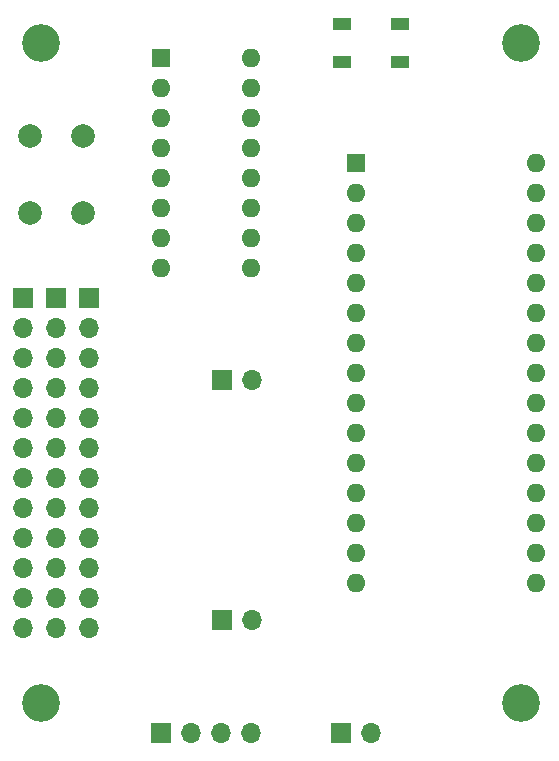
<source format=gbr>
%TF.GenerationSoftware,KiCad,Pcbnew,(6.0.0)*%
%TF.CreationDate,2025-05-03T01:33:45+03:00*%
%TF.ProjectId,board-eng,626f6172-642d-4656-9e67-2e6b69636164,rev?*%
%TF.SameCoordinates,Original*%
%TF.FileFunction,Soldermask,Top*%
%TF.FilePolarity,Negative*%
%FSLAX46Y46*%
G04 Gerber Fmt 4.6, Leading zero omitted, Abs format (unit mm)*
G04 Created by KiCad (PCBNEW (6.0.0)) date 2025-05-03 01:33:45*
%MOMM*%
%LPD*%
G01*
G04 APERTURE LIST*
%ADD10C,3.200000*%
%ADD11R,1.600000X1.600000*%
%ADD12O,1.600000X1.600000*%
%ADD13R,1.700000X1.700000*%
%ADD14O,1.700000X1.700000*%
%ADD15R,1.500000X1.000000*%
%ADD16C,2.000000*%
G04 APERTURE END LIST*
D10*
%TO.C,H4*%
X125730000Y-100330000D03*
%TD*%
D11*
%TO.C,A1*%
X152410000Y-110490000D03*
D12*
X152410000Y-113030000D03*
X152410000Y-115570000D03*
X152410000Y-118110000D03*
X152410000Y-120650000D03*
X152410000Y-123190000D03*
X152410000Y-125730000D03*
X152410000Y-128270000D03*
X152410000Y-130810000D03*
X152410000Y-133350000D03*
X152410000Y-135890000D03*
X152410000Y-138430000D03*
X152410000Y-140970000D03*
X152410000Y-143510000D03*
X152410000Y-146050000D03*
X167650000Y-146050000D03*
X167650000Y-143510000D03*
X167650000Y-140970000D03*
X167650000Y-138430000D03*
X167650000Y-135890000D03*
X167650000Y-133350000D03*
X167650000Y-130810000D03*
X167650000Y-128270000D03*
X167650000Y-125730000D03*
X167650000Y-123190000D03*
X167650000Y-120650000D03*
X167650000Y-118110000D03*
X167650000Y-115570000D03*
X167650000Y-113030000D03*
X167650000Y-110490000D03*
%TD*%
D11*
%TO.C,U1*%
X135900000Y-101615000D03*
D12*
X135900000Y-104155000D03*
X135900000Y-106695000D03*
X135900000Y-109235000D03*
X135900000Y-111775000D03*
X135900000Y-114315000D03*
X135900000Y-116855000D03*
X135900000Y-119395000D03*
X143520000Y-119395000D03*
X143520000Y-116855000D03*
X143520000Y-114315000D03*
X143520000Y-111775000D03*
X143520000Y-109235000D03*
X143520000Y-106695000D03*
X143520000Y-104155000D03*
X143520000Y-101615000D03*
%TD*%
D10*
%TO.C,H3*%
X166370000Y-156210000D03*
%TD*%
%TO.C,H2*%
X166370000Y-100330000D03*
%TD*%
%TO.C,H1*%
X125730000Y-156210000D03*
%TD*%
D13*
%TO.C,J6*%
X140990000Y-149200000D03*
D14*
X143530000Y-149200000D03*
%TD*%
D13*
%TO.C,5V*%
X127000000Y-121920000D03*
D14*
X127000000Y-124460000D03*
X127000000Y-127000000D03*
X127000000Y-129540000D03*
X127000000Y-132080000D03*
X127000000Y-134620000D03*
X127000000Y-137160000D03*
X127000000Y-139700000D03*
X127000000Y-142240000D03*
X127000000Y-144780000D03*
X127000000Y-147320000D03*
X127000000Y-149860000D03*
%TD*%
D13*
%TO.C,J1*%
X135890000Y-158750000D03*
D14*
X138430000Y-158750000D03*
X140970000Y-158750000D03*
X143510000Y-158750000D03*
%TD*%
D15*
%TO.C,D1*%
X151220000Y-98730000D03*
X151220000Y-101930000D03*
X156120000Y-101930000D03*
X156120000Y-98730000D03*
%TD*%
D14*
%TO.C,ARD*%
X129794000Y-149860000D03*
X129794000Y-147320000D03*
X129794000Y-144780000D03*
X129794000Y-142240000D03*
X129794000Y-139700000D03*
X129794000Y-137160000D03*
X129794000Y-134620000D03*
X129794000Y-132080000D03*
X129794000Y-129540000D03*
X129794000Y-127000000D03*
X129794000Y-124460000D03*
D13*
X129794000Y-121920000D03*
%TD*%
%TO.C,Power 5V*%
X140990000Y-128880000D03*
D14*
X143530000Y-128880000D03*
%TD*%
D16*
%TO.C,SW1*%
X129250000Y-114740000D03*
X129250000Y-108240000D03*
X124750000Y-114740000D03*
X124750000Y-108240000D03*
%TD*%
D13*
%TO.C,J7*%
X151130000Y-158750000D03*
D14*
X153670000Y-158750000D03*
%TD*%
D13*
%TO.C,GND*%
X124206000Y-121920000D03*
D14*
X124206000Y-124460000D03*
X124206000Y-127000000D03*
X124206000Y-129540000D03*
X124206000Y-132080000D03*
X124206000Y-134620000D03*
X124206000Y-137160000D03*
X124206000Y-139700000D03*
X124206000Y-142240000D03*
X124206000Y-144780000D03*
X124206000Y-147320000D03*
X124206000Y-149860000D03*
%TD*%
M02*

</source>
